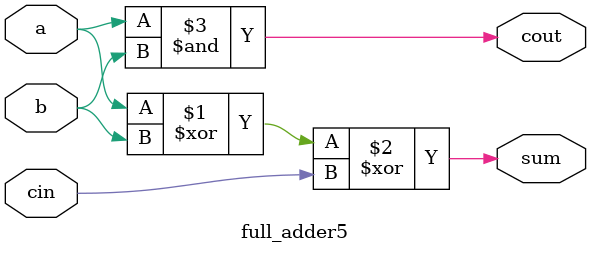
<source format=v>
module full_adder5(a,b,cin,sum,cout);
input a,b,cin;
output sum,cout;
assign sum = a^b^cin;
assign cout = a&b|1'b0; 
// initial begin
//     $display("The incorrect adder with and1 and or1 having out/0 and in2/0");
// end   
endmodule
</source>
